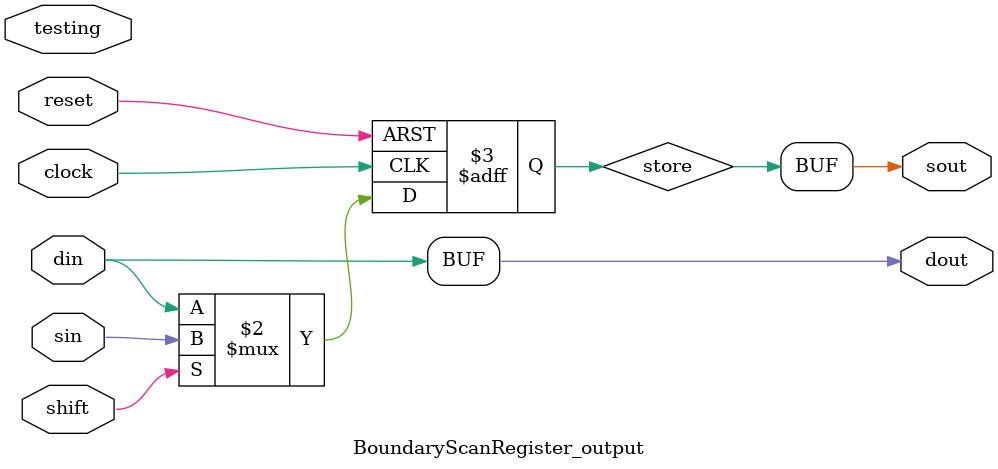
<source format=v>
module BoundaryScanRegister_input (
    din,
    dout,
    sin,
    sout,
    clock,
    reset,
    testing,
    shift
);
    input din; output dout;
    input sin; output sout;
    input clock, reset, testing, shift;

    reg store;
    always @ (posedge clock or posedge reset) begin
        if ( reset) begin
            store <= 1'b0;
        end else begin
            store <= shift ? sin: dout;
        end
    end
    assign sout = store;
    assign dout = testing ? store : din;
endmodule
    
module BoundaryScanRegister_output (
    din,
    dout,
    sin,
    sout,
    clock,
    reset,
    testing,
    shift
);
    input din; output dout;
    input sin; output sout;
    input clock, reset, testing, shift;
    reg store;
    always @ (posedge clock or posedge reset) begin
        if ( reset) begin
            store <= 1'b0;
        end else begin
            store <= shift ? sin: dout;
        end
    end
    assign sout = store;
    assign dout = din;
endmodule
    

</source>
